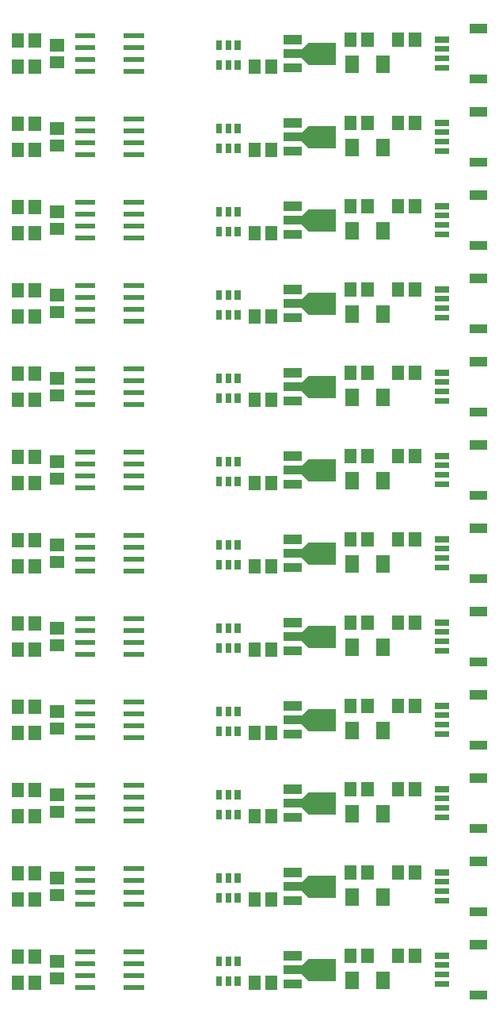
<source format=gbr>
G04 start of page 11 for group -4015 idx -4015 *
G04 Title: (unknown), toppaste *
G04 Creator: pcb 20140316 *
G04 CreationDate: Thu 17 Dec 2020 03:42:44 AM GMT UTC *
G04 For: railfan *
G04 Format: Gerber/RS-274X *
G04 PCB-Dimensions (mil): 3000.00 4500.00 *
G04 PCB-Coordinate-Origin: lower left *
%MOIN*%
%FSLAX25Y25*%
%LNTOPPASTE*%
%ADD81R,0.0200X0.0200*%
%ADD80C,0.0001*%
%ADD79R,0.0945X0.0945*%
%ADD78R,0.0378X0.0378*%
%ADD77R,0.0240X0.0240*%
%ADD76R,0.0384X0.0384*%
%ADD75R,0.0236X0.0236*%
%ADD74R,0.0512X0.0512*%
%ADD73R,0.0550X0.0550*%
G54D73*X226000Y414000D02*Y412000D01*
X213000Y414000D02*Y412000D01*
G54D74*X88607Y413957D02*X89393D01*
X88607Y421043D02*X89393D01*
X72457Y412393D02*Y411607D01*
X79543Y412393D02*Y411607D01*
X72457Y423393D02*Y422607D01*
X79543Y423393D02*Y422607D01*
G54D75*X249130Y411594D02*X252870D01*
X249130Y415531D02*X252870D01*
X249130Y419469D02*X252870D01*
X249130Y423406D02*X252870D01*
G54D76*X264632Y406919D02*X267880D01*
X264632Y428081D02*X267880D01*
G54D77*X164900Y421800D02*Y420200D01*
X161000Y421800D02*Y420200D01*
X157100Y421800D02*Y420200D01*
Y413600D02*Y412000D01*
X161000Y413600D02*Y412000D01*
X164900Y413600D02*Y412000D01*
G54D78*X186016Y423406D02*X190110D01*
X186016Y417500D02*X197826D01*
G54D79*X199560D02*X201450D01*
G54D80*G36*
X191995Y419385D02*X194835Y422225D01*
X196255Y420805D01*
X193415Y417965D01*
X191995Y419385D01*
G37*
G36*
X193415Y417035D02*X196255Y414195D01*
X194835Y412775D01*
X191995Y415615D01*
X193415Y417035D01*
G37*
G54D78*X186016Y411594D02*X190110D01*
G54D74*X179043Y412393D02*Y411607D01*
X171957Y412393D02*Y411607D01*
X212457Y423893D02*Y423107D01*
X219543Y423893D02*Y423107D01*
X232457Y423893D02*Y423107D01*
X239543Y423893D02*Y423107D01*
G54D81*X97500Y425000D02*X104000D01*
X97500Y420000D02*X104000D01*
X97500Y415000D02*X104000D01*
X97500Y410000D02*X104000D01*
X118000D02*X124500D01*
X118000Y415000D02*X124500D01*
X118000Y420000D02*X124500D01*
X118000Y425000D02*X124500D01*
G54D73*X226000Y379000D02*Y377000D01*
X213000Y379000D02*Y377000D01*
G54D74*X88607Y378957D02*X89393D01*
X88607Y386043D02*X89393D01*
X72457Y377393D02*Y376607D01*
X79543Y377393D02*Y376607D01*
X72457Y388393D02*Y387607D01*
X79543Y388393D02*Y387607D01*
G54D75*X249130Y376594D02*X252870D01*
X249130Y380531D02*X252870D01*
X249130Y384469D02*X252870D01*
X249130Y388406D02*X252870D01*
G54D76*X264632Y371919D02*X267880D01*
X264632Y393081D02*X267880D01*
G54D77*X164900Y386800D02*Y385200D01*
X161000Y386800D02*Y385200D01*
X157100Y386800D02*Y385200D01*
Y378600D02*Y377000D01*
X161000Y378600D02*Y377000D01*
X164900Y378600D02*Y377000D01*
G54D78*X186016Y388406D02*X190110D01*
X186016Y382500D02*X197826D01*
G54D79*X199560D02*X201450D01*
G54D80*G36*
X191995Y384385D02*X194835Y387225D01*
X196255Y385805D01*
X193415Y382965D01*
X191995Y384385D01*
G37*
G36*
X193415Y382035D02*X196255Y379195D01*
X194835Y377775D01*
X191995Y380615D01*
X193415Y382035D01*
G37*
G54D78*X186016Y376594D02*X190110D01*
G54D74*X179043Y377393D02*Y376607D01*
X171957Y377393D02*Y376607D01*
X212457Y388893D02*Y388107D01*
X219543Y388893D02*Y388107D01*
X232457Y388893D02*Y388107D01*
X239543Y388893D02*Y388107D01*
G54D81*X97500Y390000D02*X104000D01*
X97500Y385000D02*X104000D01*
X97500Y380000D02*X104000D01*
X97500Y375000D02*X104000D01*
X118000D02*X124500D01*
X118000Y380000D02*X124500D01*
X118000Y385000D02*X124500D01*
X118000Y390000D02*X124500D01*
G54D73*X226000Y344000D02*Y342000D01*
X213000Y344000D02*Y342000D01*
G54D74*X88607Y343957D02*X89393D01*
X88607Y351043D02*X89393D01*
X72457Y342393D02*Y341607D01*
X79543Y342393D02*Y341607D01*
X72457Y353393D02*Y352607D01*
X79543Y353393D02*Y352607D01*
G54D75*X249130Y341594D02*X252870D01*
X249130Y345531D02*X252870D01*
X249130Y349469D02*X252870D01*
X249130Y353406D02*X252870D01*
G54D76*X264632Y336919D02*X267880D01*
X264632Y358081D02*X267880D01*
G54D77*X164900Y351800D02*Y350200D01*
X161000Y351800D02*Y350200D01*
X157100Y351800D02*Y350200D01*
Y343600D02*Y342000D01*
X161000Y343600D02*Y342000D01*
X164900Y343600D02*Y342000D01*
G54D78*X186016Y353406D02*X190110D01*
X186016Y347500D02*X197826D01*
G54D79*X199560D02*X201450D01*
G54D80*G36*
X191995Y349385D02*X194835Y352225D01*
X196255Y350805D01*
X193415Y347965D01*
X191995Y349385D01*
G37*
G36*
X193415Y347035D02*X196255Y344195D01*
X194835Y342775D01*
X191995Y345615D01*
X193415Y347035D01*
G37*
G54D78*X186016Y341594D02*X190110D01*
G54D74*X179043Y342393D02*Y341607D01*
X171957Y342393D02*Y341607D01*
X212457Y353893D02*Y353107D01*
X219543Y353893D02*Y353107D01*
X232457Y353893D02*Y353107D01*
X239543Y353893D02*Y353107D01*
G54D81*X97500Y355000D02*X104000D01*
X97500Y350000D02*X104000D01*
X97500Y345000D02*X104000D01*
X97500Y340000D02*X104000D01*
X118000D02*X124500D01*
X118000Y345000D02*X124500D01*
X118000Y350000D02*X124500D01*
X118000Y355000D02*X124500D01*
G54D73*X226000Y309000D02*Y307000D01*
X213000Y309000D02*Y307000D01*
G54D74*X88607Y308957D02*X89393D01*
X88607Y316043D02*X89393D01*
X72457Y307393D02*Y306607D01*
X79543Y307393D02*Y306607D01*
X72457Y318393D02*Y317607D01*
X79543Y318393D02*Y317607D01*
G54D75*X249130Y306594D02*X252870D01*
X249130Y310531D02*X252870D01*
X249130Y314469D02*X252870D01*
X249130Y318406D02*X252870D01*
G54D76*X264632Y301919D02*X267880D01*
X264632Y323081D02*X267880D01*
G54D77*X164900Y316800D02*Y315200D01*
X161000Y316800D02*Y315200D01*
X157100Y316800D02*Y315200D01*
Y308600D02*Y307000D01*
X161000Y308600D02*Y307000D01*
X164900Y308600D02*Y307000D01*
G54D78*X186016Y318406D02*X190110D01*
X186016Y312500D02*X197826D01*
G54D79*X199560D02*X201450D01*
G54D80*G36*
X191995Y314385D02*X194835Y317225D01*
X196255Y315805D01*
X193415Y312965D01*
X191995Y314385D01*
G37*
G36*
X193415Y312035D02*X196255Y309195D01*
X194835Y307775D01*
X191995Y310615D01*
X193415Y312035D01*
G37*
G54D78*X186016Y306594D02*X190110D01*
G54D74*X179043Y307393D02*Y306607D01*
X171957Y307393D02*Y306607D01*
X212457Y318893D02*Y318107D01*
X219543Y318893D02*Y318107D01*
X232457Y318893D02*Y318107D01*
X239543Y318893D02*Y318107D01*
G54D81*X97500Y320000D02*X104000D01*
X97500Y315000D02*X104000D01*
X97500Y310000D02*X104000D01*
X97500Y305000D02*X104000D01*
X118000D02*X124500D01*
X118000Y310000D02*X124500D01*
X118000Y315000D02*X124500D01*
X118000Y320000D02*X124500D01*
G54D73*X226000Y274000D02*Y272000D01*
X213000Y274000D02*Y272000D01*
G54D74*X88607Y273957D02*X89393D01*
X88607Y281043D02*X89393D01*
X72457Y272393D02*Y271607D01*
X79543Y272393D02*Y271607D01*
X72457Y283393D02*Y282607D01*
X79543Y283393D02*Y282607D01*
G54D75*X249130Y271594D02*X252870D01*
X249130Y275531D02*X252870D01*
X249130Y279469D02*X252870D01*
X249130Y283406D02*X252870D01*
G54D76*X264632Y266919D02*X267880D01*
X264632Y288081D02*X267880D01*
G54D77*X164900Y281800D02*Y280200D01*
X161000Y281800D02*Y280200D01*
X157100Y281800D02*Y280200D01*
Y273600D02*Y272000D01*
X161000Y273600D02*Y272000D01*
X164900Y273600D02*Y272000D01*
G54D78*X186016Y283406D02*X190110D01*
X186016Y277500D02*X197826D01*
G54D79*X199560D02*X201450D01*
G54D80*G36*
X191995Y279385D02*X194835Y282225D01*
X196255Y280805D01*
X193415Y277965D01*
X191995Y279385D01*
G37*
G36*
X193415Y277035D02*X196255Y274195D01*
X194835Y272775D01*
X191995Y275615D01*
X193415Y277035D01*
G37*
G54D78*X186016Y271594D02*X190110D01*
G54D74*X179043Y272393D02*Y271607D01*
X171957Y272393D02*Y271607D01*
X212457Y283893D02*Y283107D01*
X219543Y283893D02*Y283107D01*
X232457Y283893D02*Y283107D01*
X239543Y283893D02*Y283107D01*
G54D81*X97500Y285000D02*X104000D01*
X97500Y280000D02*X104000D01*
X97500Y275000D02*X104000D01*
X97500Y270000D02*X104000D01*
X118000D02*X124500D01*
X118000Y275000D02*X124500D01*
X118000Y280000D02*X124500D01*
X118000Y285000D02*X124500D01*
G54D73*X226000Y239000D02*Y237000D01*
X213000Y239000D02*Y237000D01*
G54D74*X88607Y238957D02*X89393D01*
X88607Y246043D02*X89393D01*
X72457Y237393D02*Y236607D01*
X79543Y237393D02*Y236607D01*
X72457Y248393D02*Y247607D01*
X79543Y248393D02*Y247607D01*
G54D75*X249130Y236594D02*X252870D01*
X249130Y240531D02*X252870D01*
X249130Y244469D02*X252870D01*
X249130Y248406D02*X252870D01*
G54D76*X264632Y231919D02*X267880D01*
X264632Y253081D02*X267880D01*
G54D77*X164900Y246800D02*Y245200D01*
X161000Y246800D02*Y245200D01*
X157100Y246800D02*Y245200D01*
Y238600D02*Y237000D01*
X161000Y238600D02*Y237000D01*
X164900Y238600D02*Y237000D01*
G54D78*X186016Y248406D02*X190110D01*
X186016Y242500D02*X197826D01*
G54D79*X199560D02*X201450D01*
G54D80*G36*
X191995Y244385D02*X194835Y247225D01*
X196255Y245805D01*
X193415Y242965D01*
X191995Y244385D01*
G37*
G36*
X193415Y242035D02*X196255Y239195D01*
X194835Y237775D01*
X191995Y240615D01*
X193415Y242035D01*
G37*
G54D78*X186016Y236594D02*X190110D01*
G54D74*X179043Y237393D02*Y236607D01*
X171957Y237393D02*Y236607D01*
X212457Y248893D02*Y248107D01*
X219543Y248893D02*Y248107D01*
X232457Y248893D02*Y248107D01*
X239543Y248893D02*Y248107D01*
G54D81*X97500Y250000D02*X104000D01*
X97500Y245000D02*X104000D01*
X97500Y240000D02*X104000D01*
X97500Y235000D02*X104000D01*
X118000D02*X124500D01*
X118000Y240000D02*X124500D01*
X118000Y245000D02*X124500D01*
X118000Y250000D02*X124500D01*
G54D73*X226000Y204000D02*Y202000D01*
X213000Y204000D02*Y202000D01*
G54D74*X88607Y203957D02*X89393D01*
X88607Y211043D02*X89393D01*
X72457Y202393D02*Y201607D01*
X79543Y202393D02*Y201607D01*
X72457Y213393D02*Y212607D01*
X79543Y213393D02*Y212607D01*
G54D75*X249130Y201594D02*X252870D01*
X249130Y205531D02*X252870D01*
X249130Y209469D02*X252870D01*
X249130Y213406D02*X252870D01*
G54D76*X264632Y196919D02*X267880D01*
X264632Y218081D02*X267880D01*
G54D77*X164900Y211800D02*Y210200D01*
X161000Y211800D02*Y210200D01*
X157100Y211800D02*Y210200D01*
Y203600D02*Y202000D01*
X161000Y203600D02*Y202000D01*
X164900Y203600D02*Y202000D01*
G54D78*X186016Y213406D02*X190110D01*
X186016Y207500D02*X197826D01*
G54D79*X199560D02*X201450D01*
G54D80*G36*
X191995Y209385D02*X194835Y212225D01*
X196255Y210805D01*
X193415Y207965D01*
X191995Y209385D01*
G37*
G36*
X193415Y207035D02*X196255Y204195D01*
X194835Y202775D01*
X191995Y205615D01*
X193415Y207035D01*
G37*
G54D78*X186016Y201594D02*X190110D01*
G54D74*X179043Y202393D02*Y201607D01*
X171957Y202393D02*Y201607D01*
X212457Y213893D02*Y213107D01*
X219543Y213893D02*Y213107D01*
X232457Y213893D02*Y213107D01*
X239543Y213893D02*Y213107D01*
G54D81*X97500Y215000D02*X104000D01*
X97500Y210000D02*X104000D01*
X97500Y205000D02*X104000D01*
X97500Y200000D02*X104000D01*
X118000D02*X124500D01*
X118000Y205000D02*X124500D01*
X118000Y210000D02*X124500D01*
X118000Y215000D02*X124500D01*
G54D73*X226000Y169000D02*Y167000D01*
X213000Y169000D02*Y167000D01*
G54D74*X88607Y168957D02*X89393D01*
X88607Y176043D02*X89393D01*
X72457Y167393D02*Y166607D01*
X79543Y167393D02*Y166607D01*
X72457Y178393D02*Y177607D01*
X79543Y178393D02*Y177607D01*
G54D75*X249130Y166594D02*X252870D01*
X249130Y170531D02*X252870D01*
X249130Y174469D02*X252870D01*
X249130Y178406D02*X252870D01*
G54D76*X264632Y161919D02*X267880D01*
X264632Y183081D02*X267880D01*
G54D77*X164900Y176800D02*Y175200D01*
X161000Y176800D02*Y175200D01*
X157100Y176800D02*Y175200D01*
Y168600D02*Y167000D01*
X161000Y168600D02*Y167000D01*
X164900Y168600D02*Y167000D01*
G54D78*X186016Y178406D02*X190110D01*
X186016Y172500D02*X197826D01*
G54D79*X199560D02*X201450D01*
G54D80*G36*
X191995Y174385D02*X194835Y177225D01*
X196255Y175805D01*
X193415Y172965D01*
X191995Y174385D01*
G37*
G36*
X193415Y172035D02*X196255Y169195D01*
X194835Y167775D01*
X191995Y170615D01*
X193415Y172035D01*
G37*
G54D78*X186016Y166594D02*X190110D01*
G54D74*X179043Y167393D02*Y166607D01*
X171957Y167393D02*Y166607D01*
X212457Y178893D02*Y178107D01*
X219543Y178893D02*Y178107D01*
X232457Y178893D02*Y178107D01*
X239543Y178893D02*Y178107D01*
G54D81*X97500Y180000D02*X104000D01*
X97500Y175000D02*X104000D01*
X97500Y170000D02*X104000D01*
X97500Y165000D02*X104000D01*
X118000D02*X124500D01*
X118000Y170000D02*X124500D01*
X118000Y175000D02*X124500D01*
X118000Y180000D02*X124500D01*
G54D73*X226000Y134000D02*Y132000D01*
X213000Y134000D02*Y132000D01*
G54D74*X88607Y133957D02*X89393D01*
X88607Y141043D02*X89393D01*
X72457Y132393D02*Y131607D01*
X79543Y132393D02*Y131607D01*
X72457Y143393D02*Y142607D01*
X79543Y143393D02*Y142607D01*
G54D75*X249130Y131594D02*X252870D01*
X249130Y135531D02*X252870D01*
X249130Y139469D02*X252870D01*
X249130Y143406D02*X252870D01*
G54D76*X264632Y126919D02*X267880D01*
X264632Y148081D02*X267880D01*
G54D77*X164900Y141800D02*Y140200D01*
X161000Y141800D02*Y140200D01*
X157100Y141800D02*Y140200D01*
Y133600D02*Y132000D01*
X161000Y133600D02*Y132000D01*
X164900Y133600D02*Y132000D01*
G54D78*X186016Y143406D02*X190110D01*
X186016Y137500D02*X197826D01*
G54D79*X199560D02*X201450D01*
G54D80*G36*
X191995Y139385D02*X194835Y142225D01*
X196255Y140805D01*
X193415Y137965D01*
X191995Y139385D01*
G37*
G36*
X193415Y137035D02*X196255Y134195D01*
X194835Y132775D01*
X191995Y135615D01*
X193415Y137035D01*
G37*
G54D78*X186016Y131594D02*X190110D01*
G54D74*X179043Y132393D02*Y131607D01*
X171957Y132393D02*Y131607D01*
X212457Y143893D02*Y143107D01*
X219543Y143893D02*Y143107D01*
X232457Y143893D02*Y143107D01*
X239543Y143893D02*Y143107D01*
G54D81*X97500Y145000D02*X104000D01*
X97500Y140000D02*X104000D01*
X97500Y135000D02*X104000D01*
X97500Y130000D02*X104000D01*
X118000D02*X124500D01*
X118000Y135000D02*X124500D01*
X118000Y140000D02*X124500D01*
X118000Y145000D02*X124500D01*
G54D73*X226000Y99000D02*Y97000D01*
X213000Y99000D02*Y97000D01*
G54D74*X88607Y98957D02*X89393D01*
X88607Y106043D02*X89393D01*
X72457Y97393D02*Y96607D01*
X79543Y97393D02*Y96607D01*
X72457Y108393D02*Y107607D01*
X79543Y108393D02*Y107607D01*
G54D75*X249130Y96594D02*X252870D01*
X249130Y100531D02*X252870D01*
X249130Y104469D02*X252870D01*
X249130Y108406D02*X252870D01*
G54D76*X264632Y91919D02*X267880D01*
X264632Y113081D02*X267880D01*
G54D77*X164900Y106800D02*Y105200D01*
X161000Y106800D02*Y105200D01*
X157100Y106800D02*Y105200D01*
Y98600D02*Y97000D01*
X161000Y98600D02*Y97000D01*
X164900Y98600D02*Y97000D01*
G54D78*X186016Y108406D02*X190110D01*
X186016Y102500D02*X197826D01*
G54D79*X199560D02*X201450D01*
G54D80*G36*
X191995Y104385D02*X194835Y107225D01*
X196255Y105805D01*
X193415Y102965D01*
X191995Y104385D01*
G37*
G36*
X193415Y102035D02*X196255Y99195D01*
X194835Y97775D01*
X191995Y100615D01*
X193415Y102035D01*
G37*
G54D78*X186016Y96594D02*X190110D01*
G54D74*X179043Y97393D02*Y96607D01*
X171957Y97393D02*Y96607D01*
X212457Y108893D02*Y108107D01*
X219543Y108893D02*Y108107D01*
X232457Y108893D02*Y108107D01*
X239543Y108893D02*Y108107D01*
G54D81*X97500Y110000D02*X104000D01*
X97500Y105000D02*X104000D01*
X97500Y100000D02*X104000D01*
X97500Y95000D02*X104000D01*
X118000D02*X124500D01*
X118000Y100000D02*X124500D01*
X118000Y105000D02*X124500D01*
X118000Y110000D02*X124500D01*
G54D73*X226000Y64000D02*Y62000D01*
X213000Y64000D02*Y62000D01*
G54D74*X88607Y63957D02*X89393D01*
X88607Y71043D02*X89393D01*
X72457Y62393D02*Y61607D01*
X79543Y62393D02*Y61607D01*
X72457Y73393D02*Y72607D01*
X79543Y73393D02*Y72607D01*
G54D75*X249130Y61594D02*X252870D01*
X249130Y65531D02*X252870D01*
X249130Y69469D02*X252870D01*
X249130Y73406D02*X252870D01*
G54D76*X264632Y56919D02*X267880D01*
X264632Y78081D02*X267880D01*
G54D77*X164900Y71800D02*Y70200D01*
X161000Y71800D02*Y70200D01*
X157100Y71800D02*Y70200D01*
Y63600D02*Y62000D01*
X161000Y63600D02*Y62000D01*
X164900Y63600D02*Y62000D01*
G54D78*X186016Y73406D02*X190110D01*
X186016Y67500D02*X197826D01*
G54D79*X199560D02*X201450D01*
G54D80*G36*
X191995Y69385D02*X194835Y72225D01*
X196255Y70805D01*
X193415Y67965D01*
X191995Y69385D01*
G37*
G36*
X193415Y67035D02*X196255Y64195D01*
X194835Y62775D01*
X191995Y65615D01*
X193415Y67035D01*
G37*
G54D78*X186016Y61594D02*X190110D01*
G54D74*X179043Y62393D02*Y61607D01*
X171957Y62393D02*Y61607D01*
X212457Y73893D02*Y73107D01*
X219543Y73893D02*Y73107D01*
X232457Y73893D02*Y73107D01*
X239543Y73893D02*Y73107D01*
G54D81*X97500Y75000D02*X104000D01*
X97500Y70000D02*X104000D01*
X97500Y65000D02*X104000D01*
X97500Y60000D02*X104000D01*
X118000D02*X124500D01*
X118000Y65000D02*X124500D01*
X118000Y70000D02*X124500D01*
X118000Y75000D02*X124500D01*
G54D73*X226000Y29000D02*Y27000D01*
X213000Y29000D02*Y27000D01*
G54D74*X88607Y28957D02*X89393D01*
X88607Y36043D02*X89393D01*
X72457Y27393D02*Y26607D01*
X79543Y27393D02*Y26607D01*
X72457Y38393D02*Y37607D01*
X79543Y38393D02*Y37607D01*
G54D75*X249130Y26594D02*X252870D01*
X249130Y30531D02*X252870D01*
X249130Y34469D02*X252870D01*
X249130Y38406D02*X252870D01*
G54D76*X264632Y21919D02*X267880D01*
X264632Y43081D02*X267880D01*
G54D77*X164900Y36800D02*Y35200D01*
X161000Y36800D02*Y35200D01*
X157100Y36800D02*Y35200D01*
Y28600D02*Y27000D01*
X161000Y28600D02*Y27000D01*
X164900Y28600D02*Y27000D01*
G54D78*X186016Y38406D02*X190110D01*
X186016Y32500D02*X197826D01*
G54D79*X199560D02*X201450D01*
G54D80*G36*
X191995Y34385D02*X194835Y37225D01*
X196255Y35805D01*
X193415Y32965D01*
X191995Y34385D01*
G37*
G36*
X193415Y32035D02*X196255Y29195D01*
X194835Y27775D01*
X191995Y30615D01*
X193415Y32035D01*
G37*
G54D78*X186016Y26594D02*X190110D01*
G54D74*X179043Y27393D02*Y26607D01*
X171957Y27393D02*Y26607D01*
X212457Y38893D02*Y38107D01*
X219543Y38893D02*Y38107D01*
X232457Y38893D02*Y38107D01*
X239543Y38893D02*Y38107D01*
G54D81*X97500Y40000D02*X104000D01*
X97500Y35000D02*X104000D01*
X97500Y30000D02*X104000D01*
X97500Y25000D02*X104000D01*
X118000D02*X124500D01*
X118000Y30000D02*X124500D01*
X118000Y35000D02*X124500D01*
X118000Y40000D02*X124500D01*
M02*

</source>
